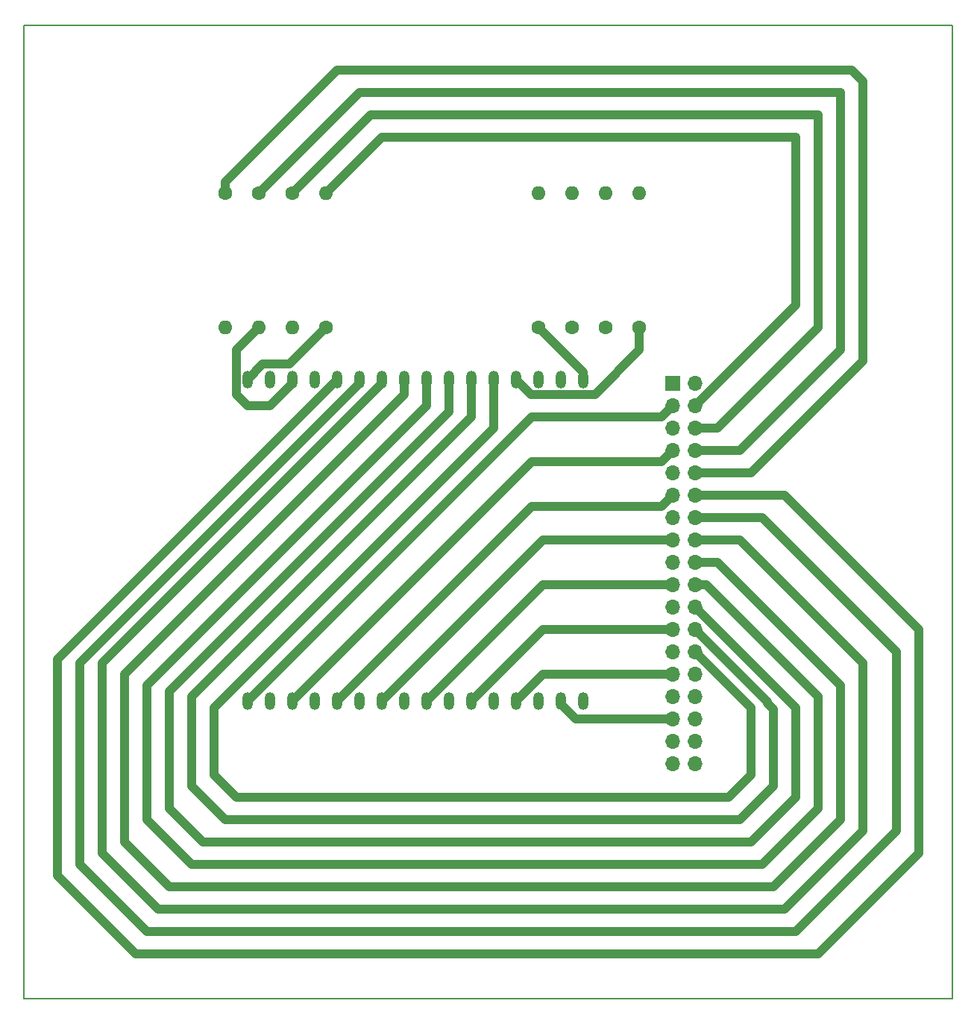
<source format=gbr>
%TF.GenerationSoftware,KiCad,Pcbnew,8.0.1-rc1*%
%TF.CreationDate,2024-05-10T09:17:23-04:00*%
%TF.ProjectId,KiCad LED matrix,4b694361-6420-44c4-9544-206d61747269,rev?*%
%TF.SameCoordinates,Original*%
%TF.FileFunction,Copper,L2,Bot*%
%TF.FilePolarity,Positive*%
%FSLAX46Y46*%
G04 Gerber Fmt 4.6, Leading zero omitted, Abs format (unit mm)*
G04 Created by KiCad (PCBNEW 8.0.1-rc1) date 2024-05-10 09:17:23*
%MOMM*%
%LPD*%
G01*
G04 APERTURE LIST*
%TA.AperFunction,NonConductor*%
%ADD10C,0.200000*%
%TD*%
%TA.AperFunction,ComponentPad*%
%ADD11C,1.600000*%
%TD*%
%TA.AperFunction,ComponentPad*%
%ADD12O,1.600000X1.600000*%
%TD*%
%TA.AperFunction,ComponentPad*%
%ADD13O,1.700000X1.700000*%
%TD*%
%TA.AperFunction,ComponentPad*%
%ADD14R,1.700000X1.700000*%
%TD*%
%TA.AperFunction,ComponentPad*%
%ADD15O,1.200000X2.000000*%
%TD*%
%TA.AperFunction,Conductor*%
%ADD16C,1.000000*%
%TD*%
G04 APERTURE END LIST*
D10*
X128270000Y-35560000D02*
X233680000Y-35560000D01*
X233680000Y-146050000D01*
X128270000Y-146050000D01*
X128270000Y-35560000D01*
D11*
%TO.P,R3,1*%
%TO.N,Net-(J2-Pin_19)*%
X154940000Y-54610000D03*
D12*
%TO.P,R3,2*%
%TO.N,Net-(J1-Pin_19)*%
X154940000Y-69850000D03*
%TD*%
D13*
%TO.P,J2,1,Pin_1*%
%TO.N,Net-(J1-Pin_1)*%
X201930000Y-116840000D03*
%TO.P,J2,2,Pin_2*%
%TO.N,Net-(J1-Pin_2)*%
X201930000Y-114300000D03*
%TO.P,J2,3,Pin_3*%
%TO.N,Net-(J1-Pin_3)*%
X201930000Y-111760000D03*
%TO.P,J2,4,Pin_4*%
%TO.N,Net-(J1-Pin_4)*%
X201930000Y-109220000D03*
%TO.P,J2,5,Pin_5*%
%TO.N,Net-(J1-Pin_5)*%
X201930000Y-106680000D03*
%TO.P,J2,6,Pin_6*%
%TO.N,Net-(J1-Pin_6)*%
X201930000Y-104140000D03*
%TO.P,J2,7,Pin_7*%
%TO.N,Net-(J1-Pin_7)*%
X201930000Y-101600000D03*
%TO.P,J2,8,Pin_8*%
%TO.N,Net-(J1-Pin_8)*%
X201930000Y-99060000D03*
%TO.P,J2,9,Pin_9*%
%TO.N,Net-(J1-Pin_9)*%
X201930000Y-96520000D03*
%TO.P,J2,10,Pin_10*%
%TO.N,Net-(J1-Pin_10)*%
X201930000Y-93980000D03*
%TO.P,J2,11,Pin_11*%
%TO.N,Net-(J1-Pin_11)*%
X201930000Y-91440000D03*
%TO.P,J2,12,Pin_12*%
%TO.N,Net-(J1-Pin_12)*%
X201930000Y-88900000D03*
%TO.P,J2,13,Pin_13*%
%TO.N,Net-(J1-Pin_13)*%
X201930000Y-86360000D03*
%TO.P,J2,14,Pin_14*%
%TO.N,Net-(J1-Pin_14)*%
X201930000Y-83820000D03*
%TO.P,J2,15,Pin_15*%
%TO.N,Net-(J1-Pin_15)*%
X201930000Y-81280000D03*
%TO.P,J2,16,Pin_16*%
%TO.N,Net-(J1-Pin_16)*%
X201930000Y-78740000D03*
%TO.P,J2,17,Pin_17*%
%TO.N,Net-(J2-Pin_17)*%
X204470000Y-78740000D03*
%TO.P,J2,18,Pin_18*%
%TO.N,Net-(J2-Pin_18)*%
X204470000Y-81280000D03*
%TO.P,J2,19,Pin_19*%
%TO.N,Net-(J2-Pin_19)*%
X204470000Y-83820000D03*
%TO.P,J2,20,Pin_20*%
%TO.N,Net-(J2-Pin_20)*%
X204470000Y-86360000D03*
%TO.P,J2,21,Pin_21*%
%TO.N,Net-(J1-Pin_21)*%
X204470000Y-88900000D03*
%TO.P,J2,22,Pin_22*%
%TO.N,Net-(J1-Pin_22)*%
X204470000Y-91440000D03*
%TO.P,J2,23,Pin_23*%
%TO.N,Net-(J1-Pin_23)*%
X204470000Y-93980000D03*
%TO.P,J2,24,Pin_24*%
%TO.N,Net-(J1-Pin_24)*%
X204470000Y-96520000D03*
%TO.P,J2,25,Pin_25*%
%TO.N,Net-(J1-Pin_25)*%
X204470000Y-99060000D03*
%TO.P,J2,26,Pin_26*%
%TO.N,Net-(J1-Pin_26)*%
X204470000Y-101600000D03*
%TO.P,J2,27,Pin_27*%
%TO.N,Net-(J1-Pin_27)*%
X204470000Y-104140000D03*
%TO.P,J2,28,Pin_28*%
%TO.N,Net-(J1-Pin_28)*%
X204470000Y-106680000D03*
%TO.P,J2,29,Pin_29*%
%TO.N,Net-(J2-Pin_29)*%
X204470000Y-109220000D03*
%TO.P,J2,30,Pin_30*%
%TO.N,Net-(J2-Pin_30)*%
X204470000Y-111760000D03*
%TO.P,J2,31,Pin_31*%
%TO.N,Net-(J2-Pin_31)*%
X204470000Y-114300000D03*
%TO.P,J2,32,Pin_32*%
%TO.N,Net-(J2-Pin_32)*%
X204470000Y-116840000D03*
%TO.P,J2,GND,GND*%
%TO.N,unconnected-(J2-PadGND)*%
X201930000Y-119380000D03*
X204470000Y-119380000D03*
D14*
%TO.P,J2,PWR,PWR*%
%TO.N,unconnected-(J2-PadPWR)*%
X201930000Y-76200000D03*
D13*
X204470000Y-76200000D03*
%TD*%
D11*
%TO.P,R8,1*%
%TO.N,Net-(J1-Pin_32)*%
X186690000Y-69850000D03*
D12*
%TO.P,R8,2*%
%TO.N,Net-(J2-Pin_32)*%
X186690000Y-54610000D03*
%TD*%
D11*
%TO.P,R5,1*%
%TO.N,Net-(J1-Pin_29)*%
X198120000Y-69850000D03*
D12*
%TO.P,R5,2*%
%TO.N,Net-(J2-Pin_29)*%
X198120000Y-54610000D03*
%TD*%
D11*
%TO.P,R2,1*%
%TO.N,Net-(J2-Pin_18)*%
X158750000Y-54610000D03*
D12*
%TO.P,R2,2*%
%TO.N,Net-(J1-Pin_18)*%
X158750000Y-69850000D03*
%TD*%
D11*
%TO.P,R1,1*%
%TO.N,Net-(J1-Pin_17)*%
X162560000Y-69850000D03*
D12*
%TO.P,R1,2*%
%TO.N,Net-(J2-Pin_17)*%
X162560000Y-54610000D03*
%TD*%
D11*
%TO.P,R6,1*%
%TO.N,Net-(J1-Pin_30)*%
X194310000Y-69850000D03*
D12*
%TO.P,R6,2*%
%TO.N,Net-(J2-Pin_30)*%
X194310000Y-54610000D03*
%TD*%
D11*
%TO.P,R7,1*%
%TO.N,Net-(J1-Pin_31)*%
X190500000Y-69850000D03*
D12*
%TO.P,R7,2*%
%TO.N,Net-(J2-Pin_31)*%
X190500000Y-54610000D03*
%TD*%
D11*
%TO.P,R4,1*%
%TO.N,Net-(J2-Pin_20)*%
X151130000Y-54610000D03*
D12*
%TO.P,R4,2*%
%TO.N,Net-(J1-Pin_20)*%
X151130000Y-69850000D03*
%TD*%
D15*
%TO.P,J1,1,Pin_1*%
%TO.N,Net-(J1-Pin_1)*%
X191770000Y-112230000D03*
%TO.P,J1,2,Pin_2*%
%TO.N,Net-(J1-Pin_2)*%
X189230000Y-112230000D03*
%TO.P,J1,3,Pin_3*%
%TO.N,Net-(J1-Pin_3)*%
X186690000Y-112230000D03*
%TO.P,J1,4,Pin_4*%
%TO.N,Net-(J1-Pin_4)*%
X184150000Y-112230000D03*
%TO.P,J1,5,Pin_5*%
%TO.N,Net-(J1-Pin_5)*%
X181610000Y-112230000D03*
%TO.P,J1,6,Pin_6*%
%TO.N,Net-(J1-Pin_6)*%
X179070000Y-112230000D03*
%TO.P,J1,7,Pin_7*%
%TO.N,Net-(J1-Pin_7)*%
X176530000Y-112230000D03*
%TO.P,J1,8,Pin_8*%
%TO.N,Net-(J1-Pin_8)*%
X173990000Y-112230000D03*
%TO.P,J1,9,Pin_9*%
%TO.N,Net-(J1-Pin_9)*%
X171450000Y-112230000D03*
%TO.P,J1,10,Pin_10*%
%TO.N,Net-(J1-Pin_10)*%
X168910000Y-112230000D03*
%TO.P,J1,11,Pin_11*%
%TO.N,Net-(J1-Pin_11)*%
X166370000Y-112230000D03*
%TO.P,J1,12,Pin_12*%
%TO.N,Net-(J1-Pin_12)*%
X163830000Y-112230000D03*
%TO.P,J1,13,Pin_13*%
%TO.N,Net-(J1-Pin_13)*%
X161290000Y-112230000D03*
%TO.P,J1,14,Pin_14*%
%TO.N,Net-(J1-Pin_14)*%
X158750000Y-112230000D03*
%TO.P,J1,15,Pin_15*%
%TO.N,Net-(J1-Pin_15)*%
X156210000Y-112230000D03*
%TO.P,J1,16,Pin_16*%
%TO.N,Net-(J1-Pin_16)*%
X153670000Y-112230000D03*
%TO.P,J1,17,Pin_17*%
%TO.N,Net-(J1-Pin_17)*%
X153670000Y-75730000D03*
%TO.P,J1,18,Pin_18*%
%TO.N,Net-(J1-Pin_18)*%
X156210000Y-75730000D03*
%TO.P,J1,19,Pin_19*%
%TO.N,Net-(J1-Pin_19)*%
X158750000Y-75730000D03*
%TO.P,J1,20,Pin_20*%
%TO.N,Net-(J1-Pin_20)*%
X161290000Y-75730000D03*
%TO.P,J1,21,Pin_21*%
%TO.N,Net-(J1-Pin_21)*%
X163830000Y-75730000D03*
%TO.P,J1,22,Pin_22*%
%TO.N,Net-(J1-Pin_22)*%
X166370000Y-75730000D03*
%TO.P,J1,23,Pin_23*%
%TO.N,Net-(J1-Pin_23)*%
X168910000Y-75730000D03*
%TO.P,J1,24,Pin_24*%
%TO.N,Net-(J1-Pin_24)*%
X171450000Y-75730000D03*
%TO.P,J1,25,Pin_25*%
%TO.N,Net-(J1-Pin_25)*%
X173990000Y-75730000D03*
%TO.P,J1,26,Pin_26*%
%TO.N,Net-(J1-Pin_26)*%
X176530000Y-75730000D03*
%TO.P,J1,27,Pin_27*%
%TO.N,Net-(J1-Pin_27)*%
X179070000Y-75730000D03*
%TO.P,J1,28,Pin_28*%
%TO.N,Net-(J1-Pin_28)*%
X181610000Y-75730000D03*
%TO.P,J1,29,Pin_29*%
%TO.N,Net-(J1-Pin_29)*%
X184150000Y-75730000D03*
%TO.P,J1,30,Pin_30*%
%TO.N,Net-(J1-Pin_30)*%
X186690000Y-75730000D03*
%TO.P,J1,31,Pin_31*%
%TO.N,Net-(J1-Pin_31)*%
X189230000Y-75730000D03*
%TO.P,J1,32,Pin_32*%
%TO.N,Net-(J1-Pin_32)*%
X191770000Y-75730000D03*
%TD*%
D16*
%TO.N,Net-(J1-Pin_8)*%
X187160000Y-99060000D02*
X173990000Y-112230000D01*
X201930000Y-99060000D02*
X187160000Y-99060000D01*
%TO.N,Net-(J1-Pin_25)*%
X205740000Y-99060000D02*
X204470000Y-99060000D01*
X147320000Y-130810000D02*
X212090000Y-130810000D01*
X212090000Y-130810000D02*
X218440000Y-124460000D01*
X142240000Y-125730000D02*
X147320000Y-130810000D01*
X218440000Y-124460000D02*
X218440000Y-111760000D01*
X218440000Y-111760000D02*
X205740000Y-99060000D01*
X173990000Y-78740000D02*
X142240000Y-110490000D01*
X142240000Y-110490000D02*
X142240000Y-125730000D01*
X173990000Y-75730000D02*
X173990000Y-78740000D01*
%TO.N,Net-(J1-Pin_27)*%
X212690680Y-112360680D02*
X204470000Y-104140000D01*
X179070000Y-75730000D02*
X179070000Y-80010000D01*
X151130000Y-125730000D02*
X209550000Y-125730000D01*
X147320000Y-111760000D02*
X147320000Y-121920000D01*
X179070000Y-80010000D02*
X147320000Y-111760000D01*
X213360000Y-113184640D02*
X212690680Y-112515320D01*
X212690680Y-112515320D02*
X212690680Y-112360680D01*
X209550000Y-125730000D02*
X213360000Y-121920000D01*
X213360000Y-121920000D02*
X213360000Y-113184640D01*
X147320000Y-121920000D02*
X151130000Y-125730000D01*
%TO.N,Net-(J1-Pin_17)*%
X158380000Y-74030000D02*
X162560000Y-69850000D01*
X155370000Y-74030000D02*
X158380000Y-74030000D01*
X153670000Y-75730000D02*
X155370000Y-74030000D01*
%TO.N,Net-(J1-Pin_10)*%
X187160000Y-93980000D02*
X168910000Y-112230000D01*
X201930000Y-93980000D02*
X187160000Y-93980000D01*
%TO.N,Net-(J1-Pin_12)*%
X201930000Y-88900000D02*
X200660000Y-90170000D01*
X200660000Y-90170000D02*
X185890000Y-90170000D01*
X185890000Y-90170000D02*
X163830000Y-112230000D01*
%TO.N,Net-(J1-Pin_4)*%
X201930000Y-109220000D02*
X187160000Y-109220000D01*
X187160000Y-109220000D02*
X184150000Y-112230000D01*
%TO.N,Net-(J1-Pin_2)*%
X190900000Y-114300000D02*
X201930000Y-114300000D01*
X189230000Y-112630000D02*
X190900000Y-114300000D01*
X189230000Y-112230000D02*
X189230000Y-112630000D01*
%TO.N,Net-(J1-Pin_28)*%
X181610000Y-75730000D02*
X181610000Y-81280000D01*
X149860000Y-113030000D02*
X149860000Y-120650000D01*
X181610000Y-81280000D02*
X149860000Y-113030000D01*
X152400000Y-123190000D02*
X208280000Y-123190000D01*
X208280000Y-123190000D02*
X210820000Y-120650000D01*
X210820000Y-120650000D02*
X210820000Y-113030000D01*
X210820000Y-113030000D02*
X204470000Y-106680000D01*
X149860000Y-120650000D02*
X152400000Y-123190000D01*
%TO.N,Net-(J1-Pin_14)*%
X200660000Y-85090000D02*
X185890000Y-85090000D01*
X185890000Y-85090000D02*
X158750000Y-112230000D01*
X201930000Y-83820000D02*
X200660000Y-85090000D01*
%TO.N,Net-(J1-Pin_32)*%
X191770000Y-75730000D02*
X191770000Y-74930000D01*
X191770000Y-74930000D02*
X186690000Y-69850000D01*
%TO.N,Net-(J1-Pin_6)*%
X187160000Y-104140000D02*
X201930000Y-104140000D01*
X179070000Y-112230000D02*
X187160000Y-104140000D01*
%TO.N,Net-(J1-Pin_16)*%
X200660000Y-80010000D02*
X201930000Y-78740000D01*
X185890000Y-80010000D02*
X200660000Y-80010000D01*
X153670000Y-112230000D02*
X185890000Y-80010000D01*
%TO.N,Net-(J1-Pin_21)*%
X132080000Y-107480000D02*
X163830000Y-75730000D01*
X204470000Y-88900000D02*
X214630000Y-88900000D01*
X132080000Y-132080000D02*
X132080000Y-107480000D01*
X229870000Y-104140000D02*
X229870000Y-129540000D01*
X140970000Y-140970000D02*
X132080000Y-132080000D01*
X214630000Y-88900000D02*
X229870000Y-104140000D01*
X229870000Y-129540000D02*
X218440000Y-140970000D01*
X218440000Y-140970000D02*
X140970000Y-140970000D01*
%TO.N,Net-(J1-Pin_22)*%
X212090000Y-91440000D02*
X204470000Y-91440000D01*
X227330000Y-106680000D02*
X212090000Y-91440000D01*
X134620000Y-107950000D02*
X134620000Y-130810000D01*
X227330000Y-127000000D02*
X227330000Y-106680000D01*
X166370000Y-76200000D02*
X134620000Y-107950000D01*
X134620000Y-130810000D02*
X142240000Y-138430000D01*
X215900000Y-138430000D02*
X227330000Y-127000000D01*
X142240000Y-138430000D02*
X215900000Y-138430000D01*
X166370000Y-75730000D02*
X166370000Y-76200000D01*
%TO.N,Net-(J1-Pin_24)*%
X220980000Y-125730000D02*
X220980000Y-110490000D01*
X171450000Y-77470000D02*
X139700000Y-109220000D01*
X171450000Y-75730000D02*
X171450000Y-77470000D01*
X139700000Y-109220000D02*
X139700000Y-128270000D01*
X220980000Y-110490000D02*
X207010000Y-96520000D01*
X213360000Y-133350000D02*
X220980000Y-125730000D01*
X207010000Y-96520000D02*
X204470000Y-96520000D01*
X139700000Y-128270000D02*
X144780000Y-133350000D01*
X144780000Y-133350000D02*
X213360000Y-133350000D01*
%TO.N,Net-(J1-Pin_19)*%
X158750000Y-76200000D02*
X156210000Y-78740000D01*
X158750000Y-75730000D02*
X158750000Y-76200000D01*
X153670000Y-78740000D02*
X152370000Y-77440000D01*
X152370000Y-77440000D02*
X152370000Y-72420000D01*
X156210000Y-78740000D02*
X153670000Y-78740000D01*
X152370000Y-72420000D02*
X154940000Y-69850000D01*
%TO.N,Net-(J1-Pin_26)*%
X144780000Y-111125000D02*
X176530000Y-79375000D01*
X204470000Y-101600000D02*
X215900000Y-113030000D01*
X215900000Y-123190000D02*
X210820000Y-128270000D01*
X210820000Y-128270000D02*
X148590000Y-128270000D01*
X148590000Y-128270000D02*
X144780000Y-124460000D01*
X144780000Y-124460000D02*
X144780000Y-111125000D01*
X176530000Y-79375000D02*
X176530000Y-75730000D01*
X215900000Y-113030000D02*
X215900000Y-123190000D01*
%TO.N,Net-(J1-Pin_23)*%
X137160000Y-107950000D02*
X137160000Y-129540000D01*
X168910000Y-75730000D02*
X168910000Y-76200000D01*
X209550000Y-93980000D02*
X204470000Y-93980000D01*
X214630000Y-135890000D02*
X223520000Y-127000000D01*
X137160000Y-129540000D02*
X143510000Y-135890000D01*
X143510000Y-135890000D02*
X214630000Y-135890000D01*
X223520000Y-107950000D02*
X209550000Y-93980000D01*
X223520000Y-127000000D02*
X223520000Y-107950000D01*
X168910000Y-76200000D02*
X137160000Y-107950000D01*
%TO.N,Net-(J1-Pin_29)*%
X185850000Y-77430000D02*
X193080000Y-77430000D01*
X193080000Y-77430000D02*
X198120000Y-72390000D01*
X198120000Y-72390000D02*
X198120000Y-69850000D01*
X184150000Y-75730000D02*
X185850000Y-77430000D01*
%TO.N,Net-(J2-Pin_20)*%
X222250000Y-40640000D02*
X223520000Y-41910000D01*
X163830000Y-40640000D02*
X222250000Y-40640000D01*
X223520000Y-73660000D02*
X210820000Y-86360000D01*
X151130000Y-54610000D02*
X151130000Y-53340000D01*
X210820000Y-86360000D02*
X204470000Y-86360000D01*
X151130000Y-53340000D02*
X163830000Y-40640000D01*
X223520000Y-41910000D02*
X223520000Y-73660000D01*
%TO.N,Net-(J2-Pin_19)*%
X220980000Y-72390000D02*
X209550000Y-83820000D01*
X154940000Y-54610000D02*
X166370000Y-43180000D01*
X220980000Y-43180000D02*
X220980000Y-72390000D01*
X166370000Y-43180000D02*
X220980000Y-43180000D01*
X209550000Y-83820000D02*
X204470000Y-83820000D01*
%TO.N,Net-(J2-Pin_17)*%
X162560000Y-54610000D02*
X168910000Y-48260000D01*
X215900000Y-48260000D02*
X215900000Y-67310000D01*
X215900000Y-67310000D02*
X204470000Y-78740000D01*
X168910000Y-48260000D02*
X215900000Y-48260000D01*
%TO.N,Net-(J2-Pin_18)*%
X204470000Y-81280000D02*
X207010000Y-81280000D01*
X167640000Y-45720000D02*
X158750000Y-54610000D01*
X207010000Y-81280000D02*
X218440000Y-69850000D01*
X218440000Y-45720000D02*
X167640000Y-45720000D01*
X218440000Y-69850000D02*
X218440000Y-45720000D01*
%TD*%
M02*

</source>
